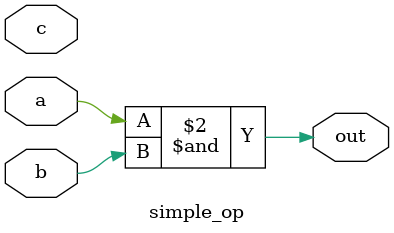
<source format=v>
module simple_op(a,b,c,out);
    input  a;
    input  b;
	input  c;
    output reg out;

    always @(a or c) begin
        out = a & b;
    end
endmodule 
</source>
